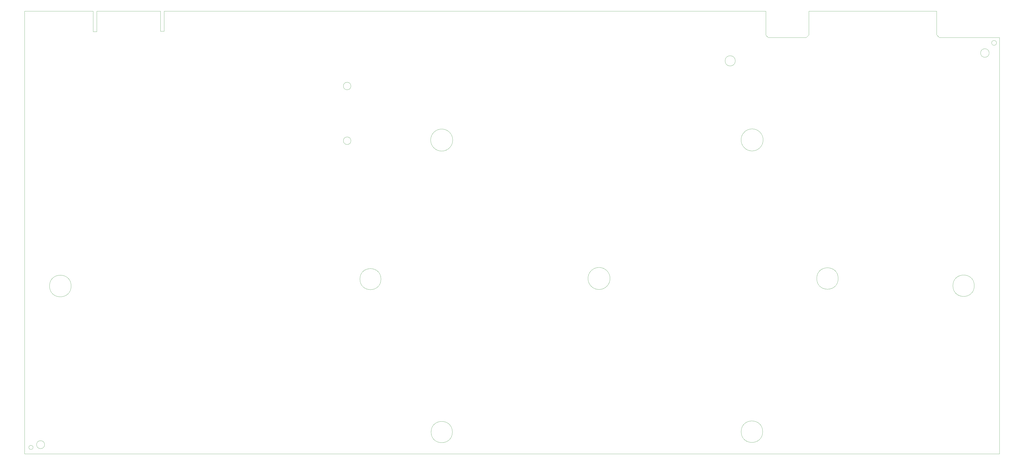
<source format=gbr>
%TF.GenerationSoftware,KiCad,Pcbnew,7.0.7*%
%TF.CreationDate,2023-09-25T12:36:18+01:00*%
%TF.ProjectId,TRS80IUS,54525338-3049-4555-932e-6b696361645f,rev?*%
%TF.SameCoordinates,Original*%
%TF.FileFunction,Profile,NP*%
%FSLAX46Y46*%
G04 Gerber Fmt 4.6, Leading zero omitted, Abs format (unit mm)*
G04 Created by KiCad (PCBNEW 7.0.7) date 2023-09-25 12:36:18*
%MOMM*%
%LPD*%
G01*
G04 APERTURE LIST*
%TA.AperFunction,Profile*%
%ADD10C,0.100000*%
%TD*%
G04 APERTURE END LIST*
D10*
X126200000Y-83600000D02*
X152720000Y-83600000D01*
X492520000Y-198260000D02*
G75*
G03*
X492520000Y-198260000I-4470000J0D01*
G01*
X152720000Y-91990000D02*
X154270000Y-91990000D01*
X274630000Y-259350000D02*
G75*
G03*
X274630000Y-259350000I-4440000J0D01*
G01*
X501780000Y-96870000D02*
G75*
G03*
X501780000Y-96870000I-1010000J0D01*
G01*
X476760000Y-83590000D02*
X476760000Y-93480000D01*
X104390000Y-264610000D02*
G75*
G03*
X104390000Y-264610000I-1670000J0D01*
G01*
X422290000Y-94620000D02*
X423390000Y-93520000D01*
X435700000Y-195240000D02*
G75*
G03*
X435700000Y-195240000I-4480000J0D01*
G01*
X99580000Y-265760000D02*
G75*
G03*
X99580000Y-265760000I-880000J0D01*
G01*
X96010000Y-268430000D02*
X96010000Y-83600000D01*
X115490000Y-198370000D02*
G75*
G03*
X115490000Y-198370000I-4520000J0D01*
G01*
X154270000Y-91990000D02*
X154270000Y-83600000D01*
X244820000Y-195500000D02*
G75*
G03*
X244820000Y-195500000I-4390000J0D01*
G01*
X423390000Y-83590000D02*
X476760000Y-83590000D01*
X503040000Y-94600000D02*
X503040000Y-268430000D01*
X154270000Y-83600000D02*
X405450000Y-83600000D01*
X96010000Y-83600000D02*
X124660000Y-83600000D01*
X477880000Y-94600000D02*
X503040000Y-94600000D01*
X503040000Y-268430000D02*
X96010000Y-268430000D01*
X405450000Y-83600000D02*
X405450000Y-93630000D01*
X406440000Y-94620000D02*
X422290000Y-94620000D01*
X152720000Y-83600000D02*
X152720000Y-91990000D01*
X232280000Y-114890000D02*
G75*
G03*
X232280000Y-114890000I-1580000J0D01*
G01*
X126200000Y-92170000D02*
X124660000Y-92170000D01*
X405450000Y-93630000D02*
X406440000Y-94620000D01*
X423390000Y-93520000D02*
X423390000Y-83590000D01*
X232290000Y-137720000D02*
G75*
G03*
X232290000Y-137720000I-1580000J0D01*
G01*
X476760000Y-93480000D02*
X477880000Y-94600000D01*
X404370000Y-137380000D02*
G75*
G03*
X404370000Y-137380000I-4610000J0D01*
G01*
X392740000Y-104370000D02*
G75*
G03*
X392740000Y-104370000I-2140000J0D01*
G01*
X498720000Y-101090000D02*
G75*
G03*
X498720000Y-101090000I-1790000J0D01*
G01*
X340460000Y-195230000D02*
G75*
G03*
X340460000Y-195230000I-4610000J0D01*
G01*
X404170000Y-259200000D02*
G75*
G03*
X404170000Y-259200000I-4490000J0D01*
G01*
X126200000Y-83600000D02*
X126200000Y-92170000D01*
X124660000Y-92170000D02*
X124660000Y-83600000D01*
X274780000Y-137440000D02*
G75*
G03*
X274780000Y-137440000I-4610000J0D01*
G01*
M02*

</source>
